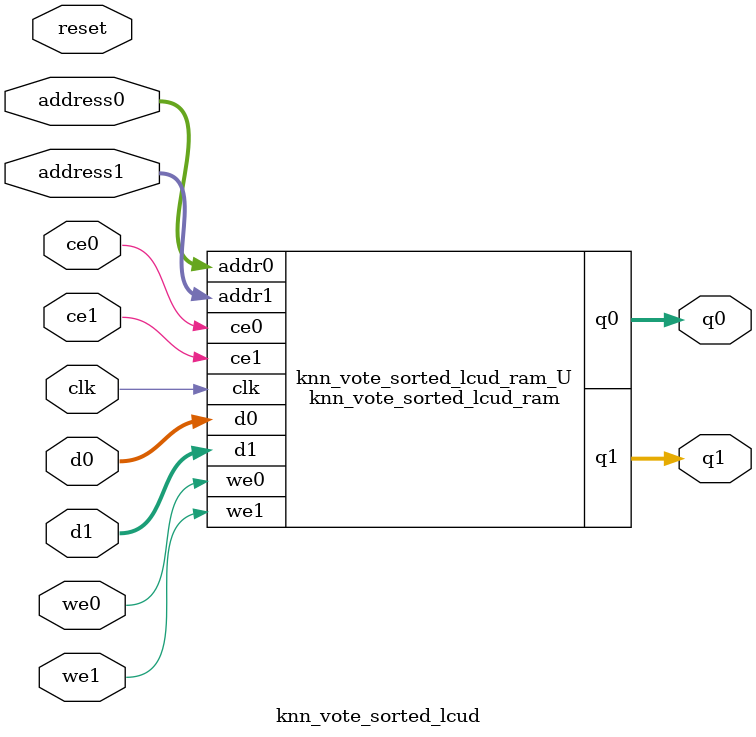
<source format=v>
`timescale 1 ns / 1 ps
module knn_vote_sorted_lcud_ram (addr0, ce0, d0, we0, q0, addr1, ce1, d1, we1, q1,  clk);

parameter DWIDTH = 4;
parameter AWIDTH = 5;
parameter MEM_SIZE = 30;

input[AWIDTH-1:0] addr0;
input ce0;
input[DWIDTH-1:0] d0;
input we0;
output reg[DWIDTH-1:0] q0;
input[AWIDTH-1:0] addr1;
input ce1;
input[DWIDTH-1:0] d1;
input we1;
output reg[DWIDTH-1:0] q1;
input clk;

(* ram_style = "block" *)reg [DWIDTH-1:0] ram[0:MEM_SIZE-1];




always @(posedge clk)  
begin 
    if (ce0) begin
        if (we0) 
            ram[addr0] <= d0; 
        q0 <= ram[addr0];
    end
end


always @(posedge clk)  
begin 
    if (ce1) begin
        if (we1) 
            ram[addr1] <= d1; 
        q1 <= ram[addr1];
    end
end


endmodule

`timescale 1 ns / 1 ps
module knn_vote_sorted_lcud(
    reset,
    clk,
    address0,
    ce0,
    we0,
    d0,
    q0,
    address1,
    ce1,
    we1,
    d1,
    q1);

parameter DataWidth = 32'd4;
parameter AddressRange = 32'd30;
parameter AddressWidth = 32'd5;
input reset;
input clk;
input[AddressWidth - 1:0] address0;
input ce0;
input we0;
input[DataWidth - 1:0] d0;
output[DataWidth - 1:0] q0;
input[AddressWidth - 1:0] address1;
input ce1;
input we1;
input[DataWidth - 1:0] d1;
output[DataWidth - 1:0] q1;



knn_vote_sorted_lcud_ram knn_vote_sorted_lcud_ram_U(
    .clk( clk ),
    .addr0( address0 ),
    .ce0( ce0 ),
    .we0( we0 ),
    .d0( d0 ),
    .q0( q0 ),
    .addr1( address1 ),
    .ce1( ce1 ),
    .we1( we1 ),
    .d1( d1 ),
    .q1( q1 ));

endmodule


</source>
